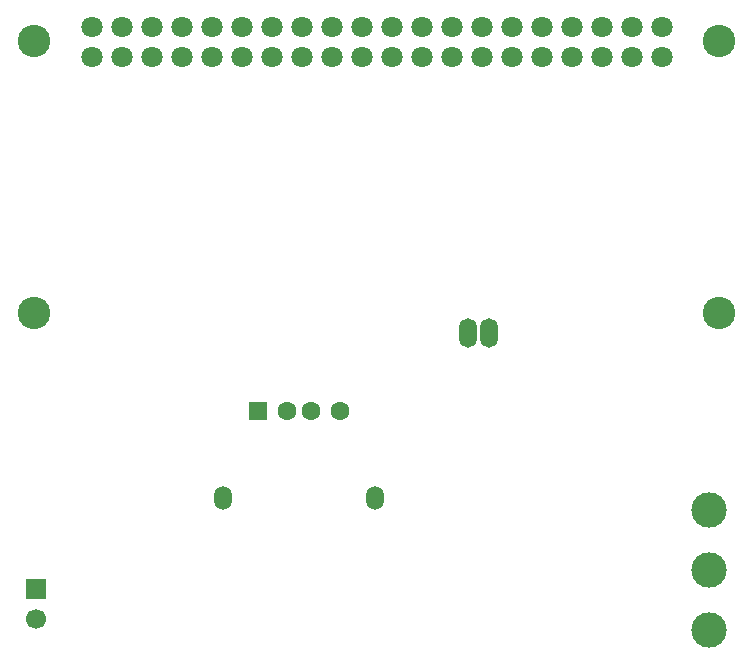
<source format=gbs>
G04 DipTrace 3.0.0.2*
G04 InterfaceBoard.GBS*
%MOMM*%
G04 #@! TF.FileFunction,Soldermask,Bot*
G04 #@! TF.Part,Single*
%ADD22C,3.0*%
%ADD30R,1.6X1.6*%
%ADD31C,1.6*%
%ADD32O,1.5X2.0*%
%ADD33R,1.7X1.7*%
%ADD34C,1.7*%
%ADD40C,1.8*%
%ADD41O,1.5X2.5*%
%ADD53C,2.75*%
%FSLAX35Y35*%
G04*
G71*
G90*
G75*
G01*
G04 BotMask*
%LPD*%
D22*
X6047354Y254027D3*
Y762027D3*
Y1270027D3*
D30*
X2226077Y2111597D3*
D31*
X2476077D3*
X2676077D3*
X2926077D3*
D32*
X1936077Y1376597D3*
X3216077D3*
D33*
X347617Y603310D3*
D34*
Y349310D3*
D40*
X823930Y5112287D3*
X1077930D3*
X1331930D3*
X1585930D3*
X1839930D3*
X2093930D3*
X2347930D3*
X2601930D3*
X2855930D3*
X3109930D3*
X3363930D3*
X3617930D3*
X3871930D3*
X823930Y5366287D3*
X1077930D3*
X1331930D3*
X1585930D3*
X1839930D3*
X2093930D3*
X2347930D3*
X2601930D3*
X2855930D3*
X3109930D3*
X3363930D3*
X3617930D3*
X3871930D3*
X4125930Y5112287D3*
Y5366287D3*
X4379930Y5112287D3*
Y5366287D3*
X4633930Y5112287D3*
Y5366287D3*
X4887930Y5112287D3*
Y5366287D3*
X5141930Y5112287D3*
Y5366287D3*
X5395930Y5112287D3*
Y5366287D3*
X5649930Y5112287D3*
Y5366287D3*
D41*
X4008933Y2769287D3*
X4183933D3*
D53*
X333930Y2939287D3*
X6133930D3*
X333930Y5244287D3*
X6133930D3*
M02*

</source>
